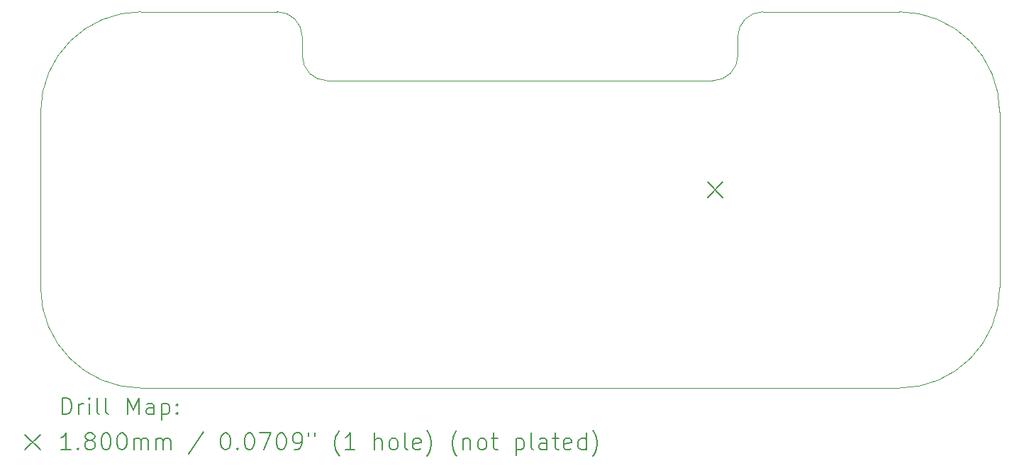
<source format=gbr>
%TF.GenerationSoftware,KiCad,Pcbnew,8.0.2-1*%
%TF.CreationDate,2024-07-01T17:17:11+01:00*%
%TF.ProjectId,solderbit-gamepad,736f6c64-6572-4626-9974-2d67616d6570,v0.6*%
%TF.SameCoordinates,Original*%
%TF.FileFunction,Drillmap*%
%TF.FilePolarity,Positive*%
%FSLAX45Y45*%
G04 Gerber Fmt 4.5, Leading zero omitted, Abs format (unit mm)*
G04 Created by KiCad (PCBNEW 8.0.2-1) date 2024-07-01 17:17:11*
%MOMM*%
%LPD*%
G01*
G04 APERTURE LIST*
%ADD10C,0.100000*%
%ADD11C,0.200000*%
%ADD12C,0.180000*%
G04 APERTURE END LIST*
D10*
X7524990Y-3651472D02*
G75*
G02*
X7825000Y-3949275I0J-300018D01*
G01*
X13326039Y-3651472D02*
X14951470Y-3651472D01*
X12725000Y-4476472D02*
X8125000Y-4476472D01*
X14951470Y-3651472D02*
G75*
G02*
X16151468Y-4851472I0J-1199998D01*
G01*
X13025000Y-4176470D02*
X13025000Y-3951470D01*
X16151472Y-4851472D02*
X16151472Y-6951472D01*
X16151472Y-6951472D02*
G75*
G02*
X14951472Y-8151472I-1200000J0D01*
G01*
X8125000Y-4476472D02*
G75*
G02*
X7825008Y-4176472I0J299992D01*
G01*
X4701472Y-4851472D02*
X4701472Y-6951472D01*
X14951472Y-8151472D02*
X5901472Y-8151472D01*
X4701472Y-4851472D02*
G75*
G02*
X5901472Y-3651472I1200000J0D01*
G01*
X7825000Y-4176472D02*
X7825000Y-3949275D01*
X13025000Y-3951470D02*
G75*
G02*
X13326039Y-3651472I300000J0D01*
G01*
X5901472Y-8151472D02*
G75*
G02*
X4701472Y-6951472I0J1200000D01*
G01*
X13025000Y-4176470D02*
G75*
G02*
X12725000Y-4476470I-300000J0D01*
G01*
X7524990Y-3651472D02*
X5901472Y-3651472D01*
D11*
D12*
X12667500Y-5690000D02*
X12847500Y-5870000D01*
X12847500Y-5690000D02*
X12667500Y-5870000D01*
D11*
X4957249Y-8467956D02*
X4957249Y-8267956D01*
X4957249Y-8267956D02*
X5004868Y-8267956D01*
X5004868Y-8267956D02*
X5033439Y-8277479D01*
X5033439Y-8277479D02*
X5052487Y-8296527D01*
X5052487Y-8296527D02*
X5062011Y-8315575D01*
X5062011Y-8315575D02*
X5071534Y-8353670D01*
X5071534Y-8353670D02*
X5071534Y-8382241D01*
X5071534Y-8382241D02*
X5062011Y-8420337D01*
X5062011Y-8420337D02*
X5052487Y-8439384D01*
X5052487Y-8439384D02*
X5033439Y-8458432D01*
X5033439Y-8458432D02*
X5004868Y-8467956D01*
X5004868Y-8467956D02*
X4957249Y-8467956D01*
X5157249Y-8467956D02*
X5157249Y-8334622D01*
X5157249Y-8372718D02*
X5166773Y-8353670D01*
X5166773Y-8353670D02*
X5176296Y-8344146D01*
X5176296Y-8344146D02*
X5195344Y-8334622D01*
X5195344Y-8334622D02*
X5214392Y-8334622D01*
X5281058Y-8467956D02*
X5281058Y-8334622D01*
X5281058Y-8267956D02*
X5271534Y-8277479D01*
X5271534Y-8277479D02*
X5281058Y-8287003D01*
X5281058Y-8287003D02*
X5290582Y-8277479D01*
X5290582Y-8277479D02*
X5281058Y-8267956D01*
X5281058Y-8267956D02*
X5281058Y-8287003D01*
X5404868Y-8467956D02*
X5385820Y-8458432D01*
X5385820Y-8458432D02*
X5376296Y-8439384D01*
X5376296Y-8439384D02*
X5376296Y-8267956D01*
X5509630Y-8467956D02*
X5490582Y-8458432D01*
X5490582Y-8458432D02*
X5481058Y-8439384D01*
X5481058Y-8439384D02*
X5481058Y-8267956D01*
X5738201Y-8467956D02*
X5738201Y-8267956D01*
X5738201Y-8267956D02*
X5804868Y-8410813D01*
X5804868Y-8410813D02*
X5871534Y-8267956D01*
X5871534Y-8267956D02*
X5871534Y-8467956D01*
X6052487Y-8467956D02*
X6052487Y-8363194D01*
X6052487Y-8363194D02*
X6042963Y-8344146D01*
X6042963Y-8344146D02*
X6023915Y-8334622D01*
X6023915Y-8334622D02*
X5985820Y-8334622D01*
X5985820Y-8334622D02*
X5966772Y-8344146D01*
X6052487Y-8458432D02*
X6033439Y-8467956D01*
X6033439Y-8467956D02*
X5985820Y-8467956D01*
X5985820Y-8467956D02*
X5966772Y-8458432D01*
X5966772Y-8458432D02*
X5957249Y-8439384D01*
X5957249Y-8439384D02*
X5957249Y-8420337D01*
X5957249Y-8420337D02*
X5966772Y-8401289D01*
X5966772Y-8401289D02*
X5985820Y-8391765D01*
X5985820Y-8391765D02*
X6033439Y-8391765D01*
X6033439Y-8391765D02*
X6052487Y-8382241D01*
X6147725Y-8334622D02*
X6147725Y-8534622D01*
X6147725Y-8344146D02*
X6166772Y-8334622D01*
X6166772Y-8334622D02*
X6204868Y-8334622D01*
X6204868Y-8334622D02*
X6223915Y-8344146D01*
X6223915Y-8344146D02*
X6233439Y-8353670D01*
X6233439Y-8353670D02*
X6242963Y-8372718D01*
X6242963Y-8372718D02*
X6242963Y-8429860D01*
X6242963Y-8429860D02*
X6233439Y-8448908D01*
X6233439Y-8448908D02*
X6223915Y-8458432D01*
X6223915Y-8458432D02*
X6204868Y-8467956D01*
X6204868Y-8467956D02*
X6166772Y-8467956D01*
X6166772Y-8467956D02*
X6147725Y-8458432D01*
X6328677Y-8448908D02*
X6338201Y-8458432D01*
X6338201Y-8458432D02*
X6328677Y-8467956D01*
X6328677Y-8467956D02*
X6319153Y-8458432D01*
X6319153Y-8458432D02*
X6328677Y-8448908D01*
X6328677Y-8448908D02*
X6328677Y-8467956D01*
X6328677Y-8344146D02*
X6338201Y-8353670D01*
X6338201Y-8353670D02*
X6328677Y-8363194D01*
X6328677Y-8363194D02*
X6319153Y-8353670D01*
X6319153Y-8353670D02*
X6328677Y-8344146D01*
X6328677Y-8344146D02*
X6328677Y-8363194D01*
D12*
X4516472Y-8706472D02*
X4696472Y-8886472D01*
X4696472Y-8706472D02*
X4516472Y-8886472D01*
D11*
X5062011Y-8887956D02*
X4947725Y-8887956D01*
X5004868Y-8887956D02*
X5004868Y-8687956D01*
X5004868Y-8687956D02*
X4985820Y-8716527D01*
X4985820Y-8716527D02*
X4966773Y-8735575D01*
X4966773Y-8735575D02*
X4947725Y-8745099D01*
X5147725Y-8868908D02*
X5157249Y-8878432D01*
X5157249Y-8878432D02*
X5147725Y-8887956D01*
X5147725Y-8887956D02*
X5138201Y-8878432D01*
X5138201Y-8878432D02*
X5147725Y-8868908D01*
X5147725Y-8868908D02*
X5147725Y-8887956D01*
X5271534Y-8773670D02*
X5252487Y-8764146D01*
X5252487Y-8764146D02*
X5242963Y-8754622D01*
X5242963Y-8754622D02*
X5233439Y-8735575D01*
X5233439Y-8735575D02*
X5233439Y-8726051D01*
X5233439Y-8726051D02*
X5242963Y-8707003D01*
X5242963Y-8707003D02*
X5252487Y-8697480D01*
X5252487Y-8697480D02*
X5271534Y-8687956D01*
X5271534Y-8687956D02*
X5309630Y-8687956D01*
X5309630Y-8687956D02*
X5328677Y-8697480D01*
X5328677Y-8697480D02*
X5338201Y-8707003D01*
X5338201Y-8707003D02*
X5347725Y-8726051D01*
X5347725Y-8726051D02*
X5347725Y-8735575D01*
X5347725Y-8735575D02*
X5338201Y-8754622D01*
X5338201Y-8754622D02*
X5328677Y-8764146D01*
X5328677Y-8764146D02*
X5309630Y-8773670D01*
X5309630Y-8773670D02*
X5271534Y-8773670D01*
X5271534Y-8773670D02*
X5252487Y-8783194D01*
X5252487Y-8783194D02*
X5242963Y-8792718D01*
X5242963Y-8792718D02*
X5233439Y-8811765D01*
X5233439Y-8811765D02*
X5233439Y-8849860D01*
X5233439Y-8849860D02*
X5242963Y-8868908D01*
X5242963Y-8868908D02*
X5252487Y-8878432D01*
X5252487Y-8878432D02*
X5271534Y-8887956D01*
X5271534Y-8887956D02*
X5309630Y-8887956D01*
X5309630Y-8887956D02*
X5328677Y-8878432D01*
X5328677Y-8878432D02*
X5338201Y-8868908D01*
X5338201Y-8868908D02*
X5347725Y-8849860D01*
X5347725Y-8849860D02*
X5347725Y-8811765D01*
X5347725Y-8811765D02*
X5338201Y-8792718D01*
X5338201Y-8792718D02*
X5328677Y-8783194D01*
X5328677Y-8783194D02*
X5309630Y-8773670D01*
X5471534Y-8687956D02*
X5490582Y-8687956D01*
X5490582Y-8687956D02*
X5509630Y-8697480D01*
X5509630Y-8697480D02*
X5519154Y-8707003D01*
X5519154Y-8707003D02*
X5528677Y-8726051D01*
X5528677Y-8726051D02*
X5538201Y-8764146D01*
X5538201Y-8764146D02*
X5538201Y-8811765D01*
X5538201Y-8811765D02*
X5528677Y-8849860D01*
X5528677Y-8849860D02*
X5519154Y-8868908D01*
X5519154Y-8868908D02*
X5509630Y-8878432D01*
X5509630Y-8878432D02*
X5490582Y-8887956D01*
X5490582Y-8887956D02*
X5471534Y-8887956D01*
X5471534Y-8887956D02*
X5452487Y-8878432D01*
X5452487Y-8878432D02*
X5442963Y-8868908D01*
X5442963Y-8868908D02*
X5433439Y-8849860D01*
X5433439Y-8849860D02*
X5423915Y-8811765D01*
X5423915Y-8811765D02*
X5423915Y-8764146D01*
X5423915Y-8764146D02*
X5433439Y-8726051D01*
X5433439Y-8726051D02*
X5442963Y-8707003D01*
X5442963Y-8707003D02*
X5452487Y-8697480D01*
X5452487Y-8697480D02*
X5471534Y-8687956D01*
X5662011Y-8687956D02*
X5681058Y-8687956D01*
X5681058Y-8687956D02*
X5700106Y-8697480D01*
X5700106Y-8697480D02*
X5709630Y-8707003D01*
X5709630Y-8707003D02*
X5719153Y-8726051D01*
X5719153Y-8726051D02*
X5728677Y-8764146D01*
X5728677Y-8764146D02*
X5728677Y-8811765D01*
X5728677Y-8811765D02*
X5719153Y-8849860D01*
X5719153Y-8849860D02*
X5709630Y-8868908D01*
X5709630Y-8868908D02*
X5700106Y-8878432D01*
X5700106Y-8878432D02*
X5681058Y-8887956D01*
X5681058Y-8887956D02*
X5662011Y-8887956D01*
X5662011Y-8887956D02*
X5642963Y-8878432D01*
X5642963Y-8878432D02*
X5633439Y-8868908D01*
X5633439Y-8868908D02*
X5623915Y-8849860D01*
X5623915Y-8849860D02*
X5614392Y-8811765D01*
X5614392Y-8811765D02*
X5614392Y-8764146D01*
X5614392Y-8764146D02*
X5623915Y-8726051D01*
X5623915Y-8726051D02*
X5633439Y-8707003D01*
X5633439Y-8707003D02*
X5642963Y-8697480D01*
X5642963Y-8697480D02*
X5662011Y-8687956D01*
X5814392Y-8887956D02*
X5814392Y-8754622D01*
X5814392Y-8773670D02*
X5823915Y-8764146D01*
X5823915Y-8764146D02*
X5842963Y-8754622D01*
X5842963Y-8754622D02*
X5871534Y-8754622D01*
X5871534Y-8754622D02*
X5890582Y-8764146D01*
X5890582Y-8764146D02*
X5900106Y-8783194D01*
X5900106Y-8783194D02*
X5900106Y-8887956D01*
X5900106Y-8783194D02*
X5909630Y-8764146D01*
X5909630Y-8764146D02*
X5928677Y-8754622D01*
X5928677Y-8754622D02*
X5957249Y-8754622D01*
X5957249Y-8754622D02*
X5976296Y-8764146D01*
X5976296Y-8764146D02*
X5985820Y-8783194D01*
X5985820Y-8783194D02*
X5985820Y-8887956D01*
X6081058Y-8887956D02*
X6081058Y-8754622D01*
X6081058Y-8773670D02*
X6090582Y-8764146D01*
X6090582Y-8764146D02*
X6109630Y-8754622D01*
X6109630Y-8754622D02*
X6138201Y-8754622D01*
X6138201Y-8754622D02*
X6157249Y-8764146D01*
X6157249Y-8764146D02*
X6166773Y-8783194D01*
X6166773Y-8783194D02*
X6166773Y-8887956D01*
X6166773Y-8783194D02*
X6176296Y-8764146D01*
X6176296Y-8764146D02*
X6195344Y-8754622D01*
X6195344Y-8754622D02*
X6223915Y-8754622D01*
X6223915Y-8754622D02*
X6242963Y-8764146D01*
X6242963Y-8764146D02*
X6252487Y-8783194D01*
X6252487Y-8783194D02*
X6252487Y-8887956D01*
X6642963Y-8678432D02*
X6471535Y-8935575D01*
X6900106Y-8687956D02*
X6919154Y-8687956D01*
X6919154Y-8687956D02*
X6938201Y-8697480D01*
X6938201Y-8697480D02*
X6947725Y-8707003D01*
X6947725Y-8707003D02*
X6957249Y-8726051D01*
X6957249Y-8726051D02*
X6966773Y-8764146D01*
X6966773Y-8764146D02*
X6966773Y-8811765D01*
X6966773Y-8811765D02*
X6957249Y-8849860D01*
X6957249Y-8849860D02*
X6947725Y-8868908D01*
X6947725Y-8868908D02*
X6938201Y-8878432D01*
X6938201Y-8878432D02*
X6919154Y-8887956D01*
X6919154Y-8887956D02*
X6900106Y-8887956D01*
X6900106Y-8887956D02*
X6881058Y-8878432D01*
X6881058Y-8878432D02*
X6871535Y-8868908D01*
X6871535Y-8868908D02*
X6862011Y-8849860D01*
X6862011Y-8849860D02*
X6852487Y-8811765D01*
X6852487Y-8811765D02*
X6852487Y-8764146D01*
X6852487Y-8764146D02*
X6862011Y-8726051D01*
X6862011Y-8726051D02*
X6871535Y-8707003D01*
X6871535Y-8707003D02*
X6881058Y-8697480D01*
X6881058Y-8697480D02*
X6900106Y-8687956D01*
X7052487Y-8868908D02*
X7062011Y-8878432D01*
X7062011Y-8878432D02*
X7052487Y-8887956D01*
X7052487Y-8887956D02*
X7042963Y-8878432D01*
X7042963Y-8878432D02*
X7052487Y-8868908D01*
X7052487Y-8868908D02*
X7052487Y-8887956D01*
X7185820Y-8687956D02*
X7204868Y-8687956D01*
X7204868Y-8687956D02*
X7223916Y-8697480D01*
X7223916Y-8697480D02*
X7233439Y-8707003D01*
X7233439Y-8707003D02*
X7242963Y-8726051D01*
X7242963Y-8726051D02*
X7252487Y-8764146D01*
X7252487Y-8764146D02*
X7252487Y-8811765D01*
X7252487Y-8811765D02*
X7242963Y-8849860D01*
X7242963Y-8849860D02*
X7233439Y-8868908D01*
X7233439Y-8868908D02*
X7223916Y-8878432D01*
X7223916Y-8878432D02*
X7204868Y-8887956D01*
X7204868Y-8887956D02*
X7185820Y-8887956D01*
X7185820Y-8887956D02*
X7166773Y-8878432D01*
X7166773Y-8878432D02*
X7157249Y-8868908D01*
X7157249Y-8868908D02*
X7147725Y-8849860D01*
X7147725Y-8849860D02*
X7138201Y-8811765D01*
X7138201Y-8811765D02*
X7138201Y-8764146D01*
X7138201Y-8764146D02*
X7147725Y-8726051D01*
X7147725Y-8726051D02*
X7157249Y-8707003D01*
X7157249Y-8707003D02*
X7166773Y-8697480D01*
X7166773Y-8697480D02*
X7185820Y-8687956D01*
X7319154Y-8687956D02*
X7452487Y-8687956D01*
X7452487Y-8687956D02*
X7366773Y-8887956D01*
X7566773Y-8687956D02*
X7585820Y-8687956D01*
X7585820Y-8687956D02*
X7604868Y-8697480D01*
X7604868Y-8697480D02*
X7614392Y-8707003D01*
X7614392Y-8707003D02*
X7623916Y-8726051D01*
X7623916Y-8726051D02*
X7633439Y-8764146D01*
X7633439Y-8764146D02*
X7633439Y-8811765D01*
X7633439Y-8811765D02*
X7623916Y-8849860D01*
X7623916Y-8849860D02*
X7614392Y-8868908D01*
X7614392Y-8868908D02*
X7604868Y-8878432D01*
X7604868Y-8878432D02*
X7585820Y-8887956D01*
X7585820Y-8887956D02*
X7566773Y-8887956D01*
X7566773Y-8887956D02*
X7547725Y-8878432D01*
X7547725Y-8878432D02*
X7538201Y-8868908D01*
X7538201Y-8868908D02*
X7528677Y-8849860D01*
X7528677Y-8849860D02*
X7519154Y-8811765D01*
X7519154Y-8811765D02*
X7519154Y-8764146D01*
X7519154Y-8764146D02*
X7528677Y-8726051D01*
X7528677Y-8726051D02*
X7538201Y-8707003D01*
X7538201Y-8707003D02*
X7547725Y-8697480D01*
X7547725Y-8697480D02*
X7566773Y-8687956D01*
X7728677Y-8887956D02*
X7766773Y-8887956D01*
X7766773Y-8887956D02*
X7785820Y-8878432D01*
X7785820Y-8878432D02*
X7795344Y-8868908D01*
X7795344Y-8868908D02*
X7814392Y-8840337D01*
X7814392Y-8840337D02*
X7823916Y-8802241D01*
X7823916Y-8802241D02*
X7823916Y-8726051D01*
X7823916Y-8726051D02*
X7814392Y-8707003D01*
X7814392Y-8707003D02*
X7804868Y-8697480D01*
X7804868Y-8697480D02*
X7785820Y-8687956D01*
X7785820Y-8687956D02*
X7747725Y-8687956D01*
X7747725Y-8687956D02*
X7728677Y-8697480D01*
X7728677Y-8697480D02*
X7719154Y-8707003D01*
X7719154Y-8707003D02*
X7709630Y-8726051D01*
X7709630Y-8726051D02*
X7709630Y-8773670D01*
X7709630Y-8773670D02*
X7719154Y-8792718D01*
X7719154Y-8792718D02*
X7728677Y-8802241D01*
X7728677Y-8802241D02*
X7747725Y-8811765D01*
X7747725Y-8811765D02*
X7785820Y-8811765D01*
X7785820Y-8811765D02*
X7804868Y-8802241D01*
X7804868Y-8802241D02*
X7814392Y-8792718D01*
X7814392Y-8792718D02*
X7823916Y-8773670D01*
X7900106Y-8687956D02*
X7900106Y-8726051D01*
X7976297Y-8687956D02*
X7976297Y-8726051D01*
X8271535Y-8964146D02*
X8262011Y-8954622D01*
X8262011Y-8954622D02*
X8242963Y-8926051D01*
X8242963Y-8926051D02*
X8233439Y-8907003D01*
X8233439Y-8907003D02*
X8223916Y-8878432D01*
X8223916Y-8878432D02*
X8214392Y-8830813D01*
X8214392Y-8830813D02*
X8214392Y-8792718D01*
X8214392Y-8792718D02*
X8223916Y-8745099D01*
X8223916Y-8745099D02*
X8233439Y-8716527D01*
X8233439Y-8716527D02*
X8242963Y-8697480D01*
X8242963Y-8697480D02*
X8262011Y-8668908D01*
X8262011Y-8668908D02*
X8271535Y-8659384D01*
X8452487Y-8887956D02*
X8338201Y-8887956D01*
X8395344Y-8887956D02*
X8395344Y-8687956D01*
X8395344Y-8687956D02*
X8376297Y-8716527D01*
X8376297Y-8716527D02*
X8357249Y-8735575D01*
X8357249Y-8735575D02*
X8338201Y-8745099D01*
X8690582Y-8887956D02*
X8690582Y-8687956D01*
X8776297Y-8887956D02*
X8776297Y-8783194D01*
X8776297Y-8783194D02*
X8766773Y-8764146D01*
X8766773Y-8764146D02*
X8747725Y-8754622D01*
X8747725Y-8754622D02*
X8719154Y-8754622D01*
X8719154Y-8754622D02*
X8700106Y-8764146D01*
X8700106Y-8764146D02*
X8690582Y-8773670D01*
X8900106Y-8887956D02*
X8881059Y-8878432D01*
X8881059Y-8878432D02*
X8871535Y-8868908D01*
X8871535Y-8868908D02*
X8862011Y-8849860D01*
X8862011Y-8849860D02*
X8862011Y-8792718D01*
X8862011Y-8792718D02*
X8871535Y-8773670D01*
X8871535Y-8773670D02*
X8881059Y-8764146D01*
X8881059Y-8764146D02*
X8900106Y-8754622D01*
X8900106Y-8754622D02*
X8928678Y-8754622D01*
X8928678Y-8754622D02*
X8947725Y-8764146D01*
X8947725Y-8764146D02*
X8957249Y-8773670D01*
X8957249Y-8773670D02*
X8966773Y-8792718D01*
X8966773Y-8792718D02*
X8966773Y-8849860D01*
X8966773Y-8849860D02*
X8957249Y-8868908D01*
X8957249Y-8868908D02*
X8947725Y-8878432D01*
X8947725Y-8878432D02*
X8928678Y-8887956D01*
X8928678Y-8887956D02*
X8900106Y-8887956D01*
X9081059Y-8887956D02*
X9062011Y-8878432D01*
X9062011Y-8878432D02*
X9052487Y-8859384D01*
X9052487Y-8859384D02*
X9052487Y-8687956D01*
X9233440Y-8878432D02*
X9214392Y-8887956D01*
X9214392Y-8887956D02*
X9176297Y-8887956D01*
X9176297Y-8887956D02*
X9157249Y-8878432D01*
X9157249Y-8878432D02*
X9147725Y-8859384D01*
X9147725Y-8859384D02*
X9147725Y-8783194D01*
X9147725Y-8783194D02*
X9157249Y-8764146D01*
X9157249Y-8764146D02*
X9176297Y-8754622D01*
X9176297Y-8754622D02*
X9214392Y-8754622D01*
X9214392Y-8754622D02*
X9233440Y-8764146D01*
X9233440Y-8764146D02*
X9242963Y-8783194D01*
X9242963Y-8783194D02*
X9242963Y-8802241D01*
X9242963Y-8802241D02*
X9147725Y-8821289D01*
X9309630Y-8964146D02*
X9319154Y-8954622D01*
X9319154Y-8954622D02*
X9338202Y-8926051D01*
X9338202Y-8926051D02*
X9347725Y-8907003D01*
X9347725Y-8907003D02*
X9357249Y-8878432D01*
X9357249Y-8878432D02*
X9366773Y-8830813D01*
X9366773Y-8830813D02*
X9366773Y-8792718D01*
X9366773Y-8792718D02*
X9357249Y-8745099D01*
X9357249Y-8745099D02*
X9347725Y-8716527D01*
X9347725Y-8716527D02*
X9338202Y-8697480D01*
X9338202Y-8697480D02*
X9319154Y-8668908D01*
X9319154Y-8668908D02*
X9309630Y-8659384D01*
X9671535Y-8964146D02*
X9662011Y-8954622D01*
X9662011Y-8954622D02*
X9642963Y-8926051D01*
X9642963Y-8926051D02*
X9633440Y-8907003D01*
X9633440Y-8907003D02*
X9623916Y-8878432D01*
X9623916Y-8878432D02*
X9614392Y-8830813D01*
X9614392Y-8830813D02*
X9614392Y-8792718D01*
X9614392Y-8792718D02*
X9623916Y-8745099D01*
X9623916Y-8745099D02*
X9633440Y-8716527D01*
X9633440Y-8716527D02*
X9642963Y-8697480D01*
X9642963Y-8697480D02*
X9662011Y-8668908D01*
X9662011Y-8668908D02*
X9671535Y-8659384D01*
X9747725Y-8754622D02*
X9747725Y-8887956D01*
X9747725Y-8773670D02*
X9757249Y-8764146D01*
X9757249Y-8764146D02*
X9776297Y-8754622D01*
X9776297Y-8754622D02*
X9804868Y-8754622D01*
X9804868Y-8754622D02*
X9823916Y-8764146D01*
X9823916Y-8764146D02*
X9833440Y-8783194D01*
X9833440Y-8783194D02*
X9833440Y-8887956D01*
X9957249Y-8887956D02*
X9938202Y-8878432D01*
X9938202Y-8878432D02*
X9928678Y-8868908D01*
X9928678Y-8868908D02*
X9919154Y-8849860D01*
X9919154Y-8849860D02*
X9919154Y-8792718D01*
X9919154Y-8792718D02*
X9928678Y-8773670D01*
X9928678Y-8773670D02*
X9938202Y-8764146D01*
X9938202Y-8764146D02*
X9957249Y-8754622D01*
X9957249Y-8754622D02*
X9985821Y-8754622D01*
X9985821Y-8754622D02*
X10004868Y-8764146D01*
X10004868Y-8764146D02*
X10014392Y-8773670D01*
X10014392Y-8773670D02*
X10023916Y-8792718D01*
X10023916Y-8792718D02*
X10023916Y-8849860D01*
X10023916Y-8849860D02*
X10014392Y-8868908D01*
X10014392Y-8868908D02*
X10004868Y-8878432D01*
X10004868Y-8878432D02*
X9985821Y-8887956D01*
X9985821Y-8887956D02*
X9957249Y-8887956D01*
X10081059Y-8754622D02*
X10157249Y-8754622D01*
X10109630Y-8687956D02*
X10109630Y-8859384D01*
X10109630Y-8859384D02*
X10119154Y-8878432D01*
X10119154Y-8878432D02*
X10138202Y-8887956D01*
X10138202Y-8887956D02*
X10157249Y-8887956D01*
X10376297Y-8754622D02*
X10376297Y-8954622D01*
X10376297Y-8764146D02*
X10395344Y-8754622D01*
X10395344Y-8754622D02*
X10433440Y-8754622D01*
X10433440Y-8754622D02*
X10452487Y-8764146D01*
X10452487Y-8764146D02*
X10462011Y-8773670D01*
X10462011Y-8773670D02*
X10471535Y-8792718D01*
X10471535Y-8792718D02*
X10471535Y-8849860D01*
X10471535Y-8849860D02*
X10462011Y-8868908D01*
X10462011Y-8868908D02*
X10452487Y-8878432D01*
X10452487Y-8878432D02*
X10433440Y-8887956D01*
X10433440Y-8887956D02*
X10395344Y-8887956D01*
X10395344Y-8887956D02*
X10376297Y-8878432D01*
X10585821Y-8887956D02*
X10566773Y-8878432D01*
X10566773Y-8878432D02*
X10557249Y-8859384D01*
X10557249Y-8859384D02*
X10557249Y-8687956D01*
X10747725Y-8887956D02*
X10747725Y-8783194D01*
X10747725Y-8783194D02*
X10738202Y-8764146D01*
X10738202Y-8764146D02*
X10719154Y-8754622D01*
X10719154Y-8754622D02*
X10681059Y-8754622D01*
X10681059Y-8754622D02*
X10662011Y-8764146D01*
X10747725Y-8878432D02*
X10728678Y-8887956D01*
X10728678Y-8887956D02*
X10681059Y-8887956D01*
X10681059Y-8887956D02*
X10662011Y-8878432D01*
X10662011Y-8878432D02*
X10652487Y-8859384D01*
X10652487Y-8859384D02*
X10652487Y-8840337D01*
X10652487Y-8840337D02*
X10662011Y-8821289D01*
X10662011Y-8821289D02*
X10681059Y-8811765D01*
X10681059Y-8811765D02*
X10728678Y-8811765D01*
X10728678Y-8811765D02*
X10747725Y-8802241D01*
X10814392Y-8754622D02*
X10890583Y-8754622D01*
X10842964Y-8687956D02*
X10842964Y-8859384D01*
X10842964Y-8859384D02*
X10852487Y-8878432D01*
X10852487Y-8878432D02*
X10871535Y-8887956D01*
X10871535Y-8887956D02*
X10890583Y-8887956D01*
X11033440Y-8878432D02*
X11014392Y-8887956D01*
X11014392Y-8887956D02*
X10976297Y-8887956D01*
X10976297Y-8887956D02*
X10957249Y-8878432D01*
X10957249Y-8878432D02*
X10947725Y-8859384D01*
X10947725Y-8859384D02*
X10947725Y-8783194D01*
X10947725Y-8783194D02*
X10957249Y-8764146D01*
X10957249Y-8764146D02*
X10976297Y-8754622D01*
X10976297Y-8754622D02*
X11014392Y-8754622D01*
X11014392Y-8754622D02*
X11033440Y-8764146D01*
X11033440Y-8764146D02*
X11042964Y-8783194D01*
X11042964Y-8783194D02*
X11042964Y-8802241D01*
X11042964Y-8802241D02*
X10947725Y-8821289D01*
X11214392Y-8887956D02*
X11214392Y-8687956D01*
X11214392Y-8878432D02*
X11195344Y-8887956D01*
X11195344Y-8887956D02*
X11157249Y-8887956D01*
X11157249Y-8887956D02*
X11138202Y-8878432D01*
X11138202Y-8878432D02*
X11128678Y-8868908D01*
X11128678Y-8868908D02*
X11119154Y-8849860D01*
X11119154Y-8849860D02*
X11119154Y-8792718D01*
X11119154Y-8792718D02*
X11128678Y-8773670D01*
X11128678Y-8773670D02*
X11138202Y-8764146D01*
X11138202Y-8764146D02*
X11157249Y-8754622D01*
X11157249Y-8754622D02*
X11195344Y-8754622D01*
X11195344Y-8754622D02*
X11214392Y-8764146D01*
X11290583Y-8964146D02*
X11300106Y-8954622D01*
X11300106Y-8954622D02*
X11319154Y-8926051D01*
X11319154Y-8926051D02*
X11328678Y-8907003D01*
X11328678Y-8907003D02*
X11338202Y-8878432D01*
X11338202Y-8878432D02*
X11347725Y-8830813D01*
X11347725Y-8830813D02*
X11347725Y-8792718D01*
X11347725Y-8792718D02*
X11338202Y-8745099D01*
X11338202Y-8745099D02*
X11328678Y-8716527D01*
X11328678Y-8716527D02*
X11319154Y-8697480D01*
X11319154Y-8697480D02*
X11300106Y-8668908D01*
X11300106Y-8668908D02*
X11290583Y-8659384D01*
M02*

</source>
